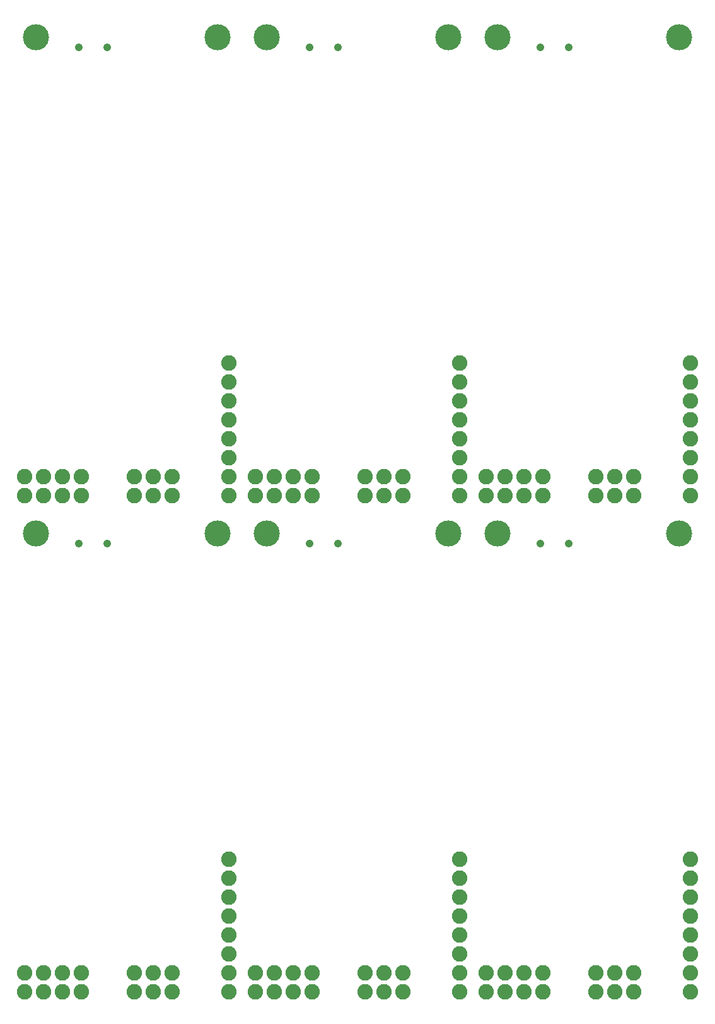
<source format=gbs>
G04 #@! TF.FileFunction,Soldermask,Bot*
%FSLAX46Y46*%
G04 Gerber Fmt 4.6, Leading zero omitted, Abs format (unit mm)*
G04 Created by KiCad (PCBNEW 4.0.6) date 06/30/17 10:23:32*
%MOMM*%
%LPD*%
G01*
G04 APERTURE LIST*
%ADD10C,0.100000*%
%ADD11C,3.502000*%
%ADD12C,1.048360*%
%ADD13C,2.079600*%
G04 APERTURE END LIST*
D10*
D11*
X141732000Y-108966000D03*
X110744000Y-108966000D03*
X79756000Y-108966000D03*
X141732000Y-42418000D03*
X110744000Y-42418000D03*
D12*
X126867920Y-110276640D03*
X123068080Y-110276640D03*
X95879920Y-110276640D03*
X92080080Y-110276640D03*
X64891920Y-110276640D03*
X61092080Y-110276640D03*
X126867920Y-43728640D03*
X123068080Y-43728640D03*
X95879920Y-43728640D03*
X92080080Y-43728640D03*
D11*
X117348000Y-108966000D03*
X86360000Y-108966000D03*
X55372000Y-108966000D03*
X117348000Y-42418000D03*
X86360000Y-42418000D03*
D13*
X115824000Y-170434000D03*
X115824000Y-167894000D03*
X118364000Y-170434000D03*
X118364000Y-167894000D03*
X120904000Y-170434000D03*
X120904000Y-167894000D03*
X123444000Y-170434000D03*
X123444000Y-167894000D03*
X84836000Y-170434000D03*
X84836000Y-167894000D03*
X87376000Y-170434000D03*
X87376000Y-167894000D03*
X89916000Y-170434000D03*
X89916000Y-167894000D03*
X92456000Y-170434000D03*
X92456000Y-167894000D03*
X53848000Y-170434000D03*
X53848000Y-167894000D03*
X56388000Y-170434000D03*
X56388000Y-167894000D03*
X58928000Y-170434000D03*
X58928000Y-167894000D03*
X61468000Y-170434000D03*
X61468000Y-167894000D03*
X115824000Y-103886000D03*
X115824000Y-101346000D03*
X118364000Y-103886000D03*
X118364000Y-101346000D03*
X120904000Y-103886000D03*
X120904000Y-101346000D03*
X123444000Y-103886000D03*
X123444000Y-101346000D03*
X84836000Y-103886000D03*
X84836000Y-101346000D03*
X87376000Y-103886000D03*
X87376000Y-101346000D03*
X89916000Y-103886000D03*
X89916000Y-101346000D03*
X92456000Y-103886000D03*
X92456000Y-101346000D03*
X143256000Y-160274000D03*
X143256000Y-157734000D03*
X143256000Y-155194000D03*
X143256000Y-152654000D03*
X112268000Y-160274000D03*
X112268000Y-157734000D03*
X112268000Y-155194000D03*
X112268000Y-152654000D03*
X81280000Y-160274000D03*
X81280000Y-157734000D03*
X81280000Y-155194000D03*
X81280000Y-152654000D03*
X143256000Y-93726000D03*
X143256000Y-91186000D03*
X143256000Y-88646000D03*
X143256000Y-86106000D03*
X112268000Y-93726000D03*
X112268000Y-91186000D03*
X112268000Y-88646000D03*
X112268000Y-86106000D03*
X143256000Y-170434000D03*
X143256000Y-167894000D03*
X143256000Y-165354000D03*
X143256000Y-162814000D03*
X112268000Y-170434000D03*
X112268000Y-167894000D03*
X112268000Y-165354000D03*
X112268000Y-162814000D03*
X81280000Y-170434000D03*
X81280000Y-167894000D03*
X81280000Y-165354000D03*
X81280000Y-162814000D03*
X143256000Y-103886000D03*
X143256000Y-101346000D03*
X143256000Y-98806000D03*
X143256000Y-96266000D03*
X112268000Y-103886000D03*
X112268000Y-101346000D03*
X112268000Y-98806000D03*
X112268000Y-96266000D03*
X135636000Y-167894000D03*
X135636000Y-170434000D03*
X133096000Y-167894000D03*
X133096000Y-170434000D03*
X130556000Y-167894000D03*
X130556000Y-170434000D03*
X104648000Y-167894000D03*
X104648000Y-170434000D03*
X102108000Y-167894000D03*
X102108000Y-170434000D03*
X99568000Y-167894000D03*
X99568000Y-170434000D03*
X73660000Y-167894000D03*
X73660000Y-170434000D03*
X71120000Y-167894000D03*
X71120000Y-170434000D03*
X68580000Y-167894000D03*
X68580000Y-170434000D03*
X135636000Y-101346000D03*
X135636000Y-103886000D03*
X133096000Y-101346000D03*
X133096000Y-103886000D03*
X130556000Y-101346000D03*
X130556000Y-103886000D03*
X104648000Y-101346000D03*
X104648000Y-103886000D03*
X102108000Y-101346000D03*
X102108000Y-103886000D03*
X99568000Y-101346000D03*
X99568000Y-103886000D03*
X53848000Y-103886000D03*
X53848000Y-101346000D03*
X56388000Y-103886000D03*
X56388000Y-101346000D03*
X58928000Y-103886000D03*
X58928000Y-101346000D03*
X61468000Y-103886000D03*
X61468000Y-101346000D03*
X81280000Y-103886000D03*
X81280000Y-101346000D03*
X81280000Y-98806000D03*
X81280000Y-96266000D03*
D12*
X64891920Y-43728640D03*
X61092080Y-43728640D03*
D13*
X73660000Y-101346000D03*
X73660000Y-103886000D03*
X71120000Y-101346000D03*
X71120000Y-103886000D03*
X68580000Y-101346000D03*
X68580000Y-103886000D03*
X81280000Y-93726000D03*
X81280000Y-91186000D03*
X81280000Y-88646000D03*
X81280000Y-86106000D03*
D11*
X79756000Y-42418000D03*
X55372000Y-42418000D03*
M02*

</source>
